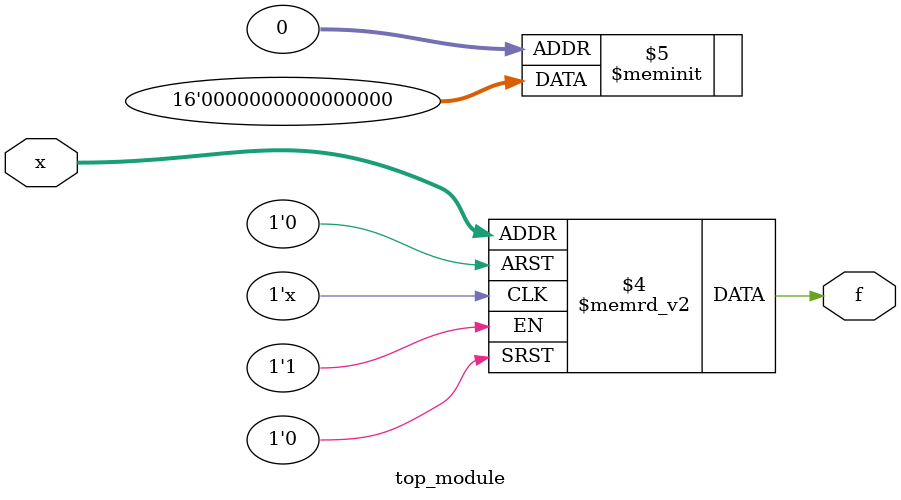
<source format=sv>
module top_module (
	input [4:1] x,
	output logic f
);

always_comb begin
	case(x)
		4'b0000: f = 0;
		4'b0001: f = 0;
		4'b0010: f = 0;
		4'b0011: f = 0;
		4'b0100: f = 0;
		4'b0101: f = 0;
		4'b0110: f = 0;
		4'b0111: f = 0;
		4'b1000: f = 0;
		4'b1001: f = 0;
		4'b1010: f = 0;
		4'b1011: f = 0;
		4'b1100: f = 0;
		4'b1101: f = 0;
		4'b1110: f = 0;
		4'b1111: f = 0;
	endcase
end

endmodule

</source>
